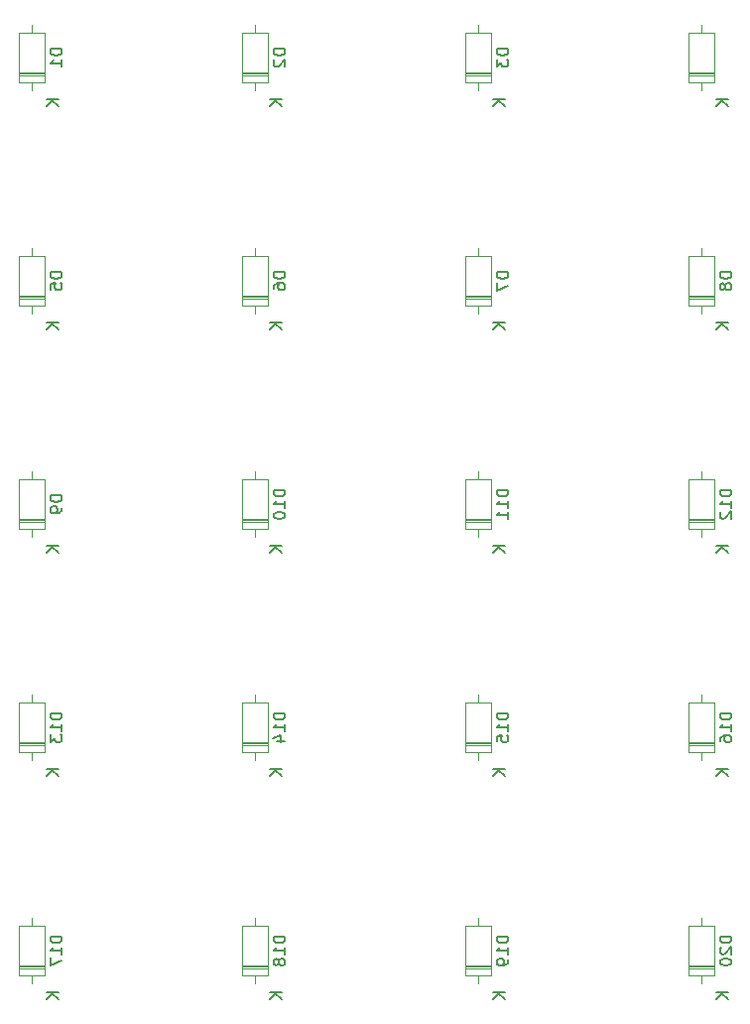
<source format=gbr>
%TF.GenerationSoftware,KiCad,Pcbnew,8.0.5*%
%TF.CreationDate,2024-10-05T13:22:53-05:00*%
%TF.ProjectId,HackPad_Neko,4861636b-5061-4645-9f4e-656b6f2e6b69,rev?*%
%TF.SameCoordinates,Original*%
%TF.FileFunction,Legend,Bot*%
%TF.FilePolarity,Positive*%
%FSLAX46Y46*%
G04 Gerber Fmt 4.6, Leading zero omitted, Abs format (unit mm)*
G04 Created by KiCad (PCBNEW 8.0.5) date 2024-10-05 13:22:53*
%MOMM*%
%LPD*%
G01*
G04 APERTURE LIST*
%ADD10C,0.150000*%
%ADD11C,0.120000*%
G04 APERTURE END LIST*
D10*
X150212319Y-102608214D02*
X149212319Y-102608214D01*
X149212319Y-102608214D02*
X149212319Y-102846309D01*
X149212319Y-102846309D02*
X149259938Y-102989166D01*
X149259938Y-102989166D02*
X149355176Y-103084404D01*
X149355176Y-103084404D02*
X149450414Y-103132023D01*
X149450414Y-103132023D02*
X149640890Y-103179642D01*
X149640890Y-103179642D02*
X149783747Y-103179642D01*
X149783747Y-103179642D02*
X149974223Y-103132023D01*
X149974223Y-103132023D02*
X150069461Y-103084404D01*
X150069461Y-103084404D02*
X150164700Y-102989166D01*
X150164700Y-102989166D02*
X150212319Y-102846309D01*
X150212319Y-102846309D02*
X150212319Y-102608214D01*
X150212319Y-104132023D02*
X150212319Y-103560595D01*
X150212319Y-103846309D02*
X149212319Y-103846309D01*
X149212319Y-103846309D02*
X149355176Y-103751071D01*
X149355176Y-103751071D02*
X149450414Y-103655833D01*
X149450414Y-103655833D02*
X149498033Y-103560595D01*
X149212319Y-104751071D02*
X149212319Y-104846309D01*
X149212319Y-104846309D02*
X149259938Y-104941547D01*
X149259938Y-104941547D02*
X149307557Y-104989166D01*
X149307557Y-104989166D02*
X149402795Y-105036785D01*
X149402795Y-105036785D02*
X149593271Y-105084404D01*
X149593271Y-105084404D02*
X149831366Y-105084404D01*
X149831366Y-105084404D02*
X150021842Y-105036785D01*
X150021842Y-105036785D02*
X150117080Y-104989166D01*
X150117080Y-104989166D02*
X150164700Y-104941547D01*
X150164700Y-104941547D02*
X150212319Y-104846309D01*
X150212319Y-104846309D02*
X150212319Y-104751071D01*
X150212319Y-104751071D02*
X150164700Y-104655833D01*
X150164700Y-104655833D02*
X150117080Y-104608214D01*
X150117080Y-104608214D02*
X150021842Y-104560595D01*
X150021842Y-104560595D02*
X149831366Y-104512976D01*
X149831366Y-104512976D02*
X149593271Y-104512976D01*
X149593271Y-104512976D02*
X149402795Y-104560595D01*
X149402795Y-104560595D02*
X149307557Y-104608214D01*
X149307557Y-104608214D02*
X149259938Y-104655833D01*
X149259938Y-104655833D02*
X149212319Y-104751071D01*
X149892319Y-107370595D02*
X148892319Y-107370595D01*
X149892319Y-107942023D02*
X149320890Y-107513452D01*
X148892319Y-107942023D02*
X149463747Y-107370595D01*
X131162319Y-64984405D02*
X130162319Y-64984405D01*
X130162319Y-64984405D02*
X130162319Y-65222500D01*
X130162319Y-65222500D02*
X130209938Y-65365357D01*
X130209938Y-65365357D02*
X130305176Y-65460595D01*
X130305176Y-65460595D02*
X130400414Y-65508214D01*
X130400414Y-65508214D02*
X130590890Y-65555833D01*
X130590890Y-65555833D02*
X130733747Y-65555833D01*
X130733747Y-65555833D02*
X130924223Y-65508214D01*
X130924223Y-65508214D02*
X131019461Y-65460595D01*
X131019461Y-65460595D02*
X131114700Y-65365357D01*
X131114700Y-65365357D02*
X131162319Y-65222500D01*
X131162319Y-65222500D02*
X131162319Y-64984405D01*
X131162319Y-66508214D02*
X131162319Y-65936786D01*
X131162319Y-66222500D02*
X130162319Y-66222500D01*
X130162319Y-66222500D02*
X130305176Y-66127262D01*
X130305176Y-66127262D02*
X130400414Y-66032024D01*
X130400414Y-66032024D02*
X130448033Y-65936786D01*
X130842319Y-69270595D02*
X129842319Y-69270595D01*
X130842319Y-69842023D02*
X130270890Y-69413452D01*
X129842319Y-69842023D02*
X130413747Y-69270595D01*
X169262319Y-140708214D02*
X168262319Y-140708214D01*
X168262319Y-140708214D02*
X168262319Y-140946309D01*
X168262319Y-140946309D02*
X168309938Y-141089166D01*
X168309938Y-141089166D02*
X168405176Y-141184404D01*
X168405176Y-141184404D02*
X168500414Y-141232023D01*
X168500414Y-141232023D02*
X168690890Y-141279642D01*
X168690890Y-141279642D02*
X168833747Y-141279642D01*
X168833747Y-141279642D02*
X169024223Y-141232023D01*
X169024223Y-141232023D02*
X169119461Y-141184404D01*
X169119461Y-141184404D02*
X169214700Y-141089166D01*
X169214700Y-141089166D02*
X169262319Y-140946309D01*
X169262319Y-140946309D02*
X169262319Y-140708214D01*
X169262319Y-142232023D02*
X169262319Y-141660595D01*
X169262319Y-141946309D02*
X168262319Y-141946309D01*
X168262319Y-141946309D02*
X168405176Y-141851071D01*
X168405176Y-141851071D02*
X168500414Y-141755833D01*
X168500414Y-141755833D02*
X168548033Y-141660595D01*
X169262319Y-142708214D02*
X169262319Y-142898690D01*
X169262319Y-142898690D02*
X169214700Y-142993928D01*
X169214700Y-142993928D02*
X169167080Y-143041547D01*
X169167080Y-143041547D02*
X169024223Y-143136785D01*
X169024223Y-143136785D02*
X168833747Y-143184404D01*
X168833747Y-143184404D02*
X168452795Y-143184404D01*
X168452795Y-143184404D02*
X168357557Y-143136785D01*
X168357557Y-143136785D02*
X168309938Y-143089166D01*
X168309938Y-143089166D02*
X168262319Y-142993928D01*
X168262319Y-142993928D02*
X168262319Y-142803452D01*
X168262319Y-142803452D02*
X168309938Y-142708214D01*
X168309938Y-142708214D02*
X168357557Y-142660595D01*
X168357557Y-142660595D02*
X168452795Y-142612976D01*
X168452795Y-142612976D02*
X168690890Y-142612976D01*
X168690890Y-142612976D02*
X168786128Y-142660595D01*
X168786128Y-142660595D02*
X168833747Y-142708214D01*
X168833747Y-142708214D02*
X168881366Y-142803452D01*
X168881366Y-142803452D02*
X168881366Y-142993928D01*
X168881366Y-142993928D02*
X168833747Y-143089166D01*
X168833747Y-143089166D02*
X168786128Y-143136785D01*
X168786128Y-143136785D02*
X168690890Y-143184404D01*
X168942319Y-145470595D02*
X167942319Y-145470595D01*
X168942319Y-146042023D02*
X168370890Y-145613452D01*
X167942319Y-146042023D02*
X168513747Y-145470595D01*
X131162319Y-121658214D02*
X130162319Y-121658214D01*
X130162319Y-121658214D02*
X130162319Y-121896309D01*
X130162319Y-121896309D02*
X130209938Y-122039166D01*
X130209938Y-122039166D02*
X130305176Y-122134404D01*
X130305176Y-122134404D02*
X130400414Y-122182023D01*
X130400414Y-122182023D02*
X130590890Y-122229642D01*
X130590890Y-122229642D02*
X130733747Y-122229642D01*
X130733747Y-122229642D02*
X130924223Y-122182023D01*
X130924223Y-122182023D02*
X131019461Y-122134404D01*
X131019461Y-122134404D02*
X131114700Y-122039166D01*
X131114700Y-122039166D02*
X131162319Y-121896309D01*
X131162319Y-121896309D02*
X131162319Y-121658214D01*
X131162319Y-123182023D02*
X131162319Y-122610595D01*
X131162319Y-122896309D02*
X130162319Y-122896309D01*
X130162319Y-122896309D02*
X130305176Y-122801071D01*
X130305176Y-122801071D02*
X130400414Y-122705833D01*
X130400414Y-122705833D02*
X130448033Y-122610595D01*
X130162319Y-123515357D02*
X130162319Y-124134404D01*
X130162319Y-124134404D02*
X130543271Y-123801071D01*
X130543271Y-123801071D02*
X130543271Y-123943928D01*
X130543271Y-123943928D02*
X130590890Y-124039166D01*
X130590890Y-124039166D02*
X130638509Y-124086785D01*
X130638509Y-124086785D02*
X130733747Y-124134404D01*
X130733747Y-124134404D02*
X130971842Y-124134404D01*
X130971842Y-124134404D02*
X131067080Y-124086785D01*
X131067080Y-124086785D02*
X131114700Y-124039166D01*
X131114700Y-124039166D02*
X131162319Y-123943928D01*
X131162319Y-123943928D02*
X131162319Y-123658214D01*
X131162319Y-123658214D02*
X131114700Y-123562976D01*
X131114700Y-123562976D02*
X131067080Y-123515357D01*
X130842319Y-126420595D02*
X129842319Y-126420595D01*
X130842319Y-126992023D02*
X130270890Y-126563452D01*
X129842319Y-126992023D02*
X130413747Y-126420595D01*
X150212319Y-140708214D02*
X149212319Y-140708214D01*
X149212319Y-140708214D02*
X149212319Y-140946309D01*
X149212319Y-140946309D02*
X149259938Y-141089166D01*
X149259938Y-141089166D02*
X149355176Y-141184404D01*
X149355176Y-141184404D02*
X149450414Y-141232023D01*
X149450414Y-141232023D02*
X149640890Y-141279642D01*
X149640890Y-141279642D02*
X149783747Y-141279642D01*
X149783747Y-141279642D02*
X149974223Y-141232023D01*
X149974223Y-141232023D02*
X150069461Y-141184404D01*
X150069461Y-141184404D02*
X150164700Y-141089166D01*
X150164700Y-141089166D02*
X150212319Y-140946309D01*
X150212319Y-140946309D02*
X150212319Y-140708214D01*
X150212319Y-142232023D02*
X150212319Y-141660595D01*
X150212319Y-141946309D02*
X149212319Y-141946309D01*
X149212319Y-141946309D02*
X149355176Y-141851071D01*
X149355176Y-141851071D02*
X149450414Y-141755833D01*
X149450414Y-141755833D02*
X149498033Y-141660595D01*
X149640890Y-142803452D02*
X149593271Y-142708214D01*
X149593271Y-142708214D02*
X149545652Y-142660595D01*
X149545652Y-142660595D02*
X149450414Y-142612976D01*
X149450414Y-142612976D02*
X149402795Y-142612976D01*
X149402795Y-142612976D02*
X149307557Y-142660595D01*
X149307557Y-142660595D02*
X149259938Y-142708214D01*
X149259938Y-142708214D02*
X149212319Y-142803452D01*
X149212319Y-142803452D02*
X149212319Y-142993928D01*
X149212319Y-142993928D02*
X149259938Y-143089166D01*
X149259938Y-143089166D02*
X149307557Y-143136785D01*
X149307557Y-143136785D02*
X149402795Y-143184404D01*
X149402795Y-143184404D02*
X149450414Y-143184404D01*
X149450414Y-143184404D02*
X149545652Y-143136785D01*
X149545652Y-143136785D02*
X149593271Y-143089166D01*
X149593271Y-143089166D02*
X149640890Y-142993928D01*
X149640890Y-142993928D02*
X149640890Y-142803452D01*
X149640890Y-142803452D02*
X149688509Y-142708214D01*
X149688509Y-142708214D02*
X149736128Y-142660595D01*
X149736128Y-142660595D02*
X149831366Y-142612976D01*
X149831366Y-142612976D02*
X150021842Y-142612976D01*
X150021842Y-142612976D02*
X150117080Y-142660595D01*
X150117080Y-142660595D02*
X150164700Y-142708214D01*
X150164700Y-142708214D02*
X150212319Y-142803452D01*
X150212319Y-142803452D02*
X150212319Y-142993928D01*
X150212319Y-142993928D02*
X150164700Y-143089166D01*
X150164700Y-143089166D02*
X150117080Y-143136785D01*
X150117080Y-143136785D02*
X150021842Y-143184404D01*
X150021842Y-143184404D02*
X149831366Y-143184404D01*
X149831366Y-143184404D02*
X149736128Y-143136785D01*
X149736128Y-143136785D02*
X149688509Y-143089166D01*
X149688509Y-143089166D02*
X149640890Y-142993928D01*
X149892319Y-145470595D02*
X148892319Y-145470595D01*
X149892319Y-146042023D02*
X149320890Y-145613452D01*
X148892319Y-146042023D02*
X149463747Y-145470595D01*
X150212319Y-64984405D02*
X149212319Y-64984405D01*
X149212319Y-64984405D02*
X149212319Y-65222500D01*
X149212319Y-65222500D02*
X149259938Y-65365357D01*
X149259938Y-65365357D02*
X149355176Y-65460595D01*
X149355176Y-65460595D02*
X149450414Y-65508214D01*
X149450414Y-65508214D02*
X149640890Y-65555833D01*
X149640890Y-65555833D02*
X149783747Y-65555833D01*
X149783747Y-65555833D02*
X149974223Y-65508214D01*
X149974223Y-65508214D02*
X150069461Y-65460595D01*
X150069461Y-65460595D02*
X150164700Y-65365357D01*
X150164700Y-65365357D02*
X150212319Y-65222500D01*
X150212319Y-65222500D02*
X150212319Y-64984405D01*
X149307557Y-65936786D02*
X149259938Y-65984405D01*
X149259938Y-65984405D02*
X149212319Y-66079643D01*
X149212319Y-66079643D02*
X149212319Y-66317738D01*
X149212319Y-66317738D02*
X149259938Y-66412976D01*
X149259938Y-66412976D02*
X149307557Y-66460595D01*
X149307557Y-66460595D02*
X149402795Y-66508214D01*
X149402795Y-66508214D02*
X149498033Y-66508214D01*
X149498033Y-66508214D02*
X149640890Y-66460595D01*
X149640890Y-66460595D02*
X150212319Y-65889167D01*
X150212319Y-65889167D02*
X150212319Y-66508214D01*
X149892319Y-69270595D02*
X148892319Y-69270595D01*
X149892319Y-69842023D02*
X149320890Y-69413452D01*
X148892319Y-69842023D02*
X149463747Y-69270595D01*
X169262319Y-102608214D02*
X168262319Y-102608214D01*
X168262319Y-102608214D02*
X168262319Y-102846309D01*
X168262319Y-102846309D02*
X168309938Y-102989166D01*
X168309938Y-102989166D02*
X168405176Y-103084404D01*
X168405176Y-103084404D02*
X168500414Y-103132023D01*
X168500414Y-103132023D02*
X168690890Y-103179642D01*
X168690890Y-103179642D02*
X168833747Y-103179642D01*
X168833747Y-103179642D02*
X169024223Y-103132023D01*
X169024223Y-103132023D02*
X169119461Y-103084404D01*
X169119461Y-103084404D02*
X169214700Y-102989166D01*
X169214700Y-102989166D02*
X169262319Y-102846309D01*
X169262319Y-102846309D02*
X169262319Y-102608214D01*
X169262319Y-104132023D02*
X169262319Y-103560595D01*
X169262319Y-103846309D02*
X168262319Y-103846309D01*
X168262319Y-103846309D02*
X168405176Y-103751071D01*
X168405176Y-103751071D02*
X168500414Y-103655833D01*
X168500414Y-103655833D02*
X168548033Y-103560595D01*
X169262319Y-105084404D02*
X169262319Y-104512976D01*
X169262319Y-104798690D02*
X168262319Y-104798690D01*
X168262319Y-104798690D02*
X168405176Y-104703452D01*
X168405176Y-104703452D02*
X168500414Y-104608214D01*
X168500414Y-104608214D02*
X168548033Y-104512976D01*
X168942319Y-107370595D02*
X167942319Y-107370595D01*
X168942319Y-107942023D02*
X168370890Y-107513452D01*
X167942319Y-107942023D02*
X168513747Y-107370595D01*
X169262319Y-64984405D02*
X168262319Y-64984405D01*
X168262319Y-64984405D02*
X168262319Y-65222500D01*
X168262319Y-65222500D02*
X168309938Y-65365357D01*
X168309938Y-65365357D02*
X168405176Y-65460595D01*
X168405176Y-65460595D02*
X168500414Y-65508214D01*
X168500414Y-65508214D02*
X168690890Y-65555833D01*
X168690890Y-65555833D02*
X168833747Y-65555833D01*
X168833747Y-65555833D02*
X169024223Y-65508214D01*
X169024223Y-65508214D02*
X169119461Y-65460595D01*
X169119461Y-65460595D02*
X169214700Y-65365357D01*
X169214700Y-65365357D02*
X169262319Y-65222500D01*
X169262319Y-65222500D02*
X169262319Y-64984405D01*
X168262319Y-65889167D02*
X168262319Y-66508214D01*
X168262319Y-66508214D02*
X168643271Y-66174881D01*
X168643271Y-66174881D02*
X168643271Y-66317738D01*
X168643271Y-66317738D02*
X168690890Y-66412976D01*
X168690890Y-66412976D02*
X168738509Y-66460595D01*
X168738509Y-66460595D02*
X168833747Y-66508214D01*
X168833747Y-66508214D02*
X169071842Y-66508214D01*
X169071842Y-66508214D02*
X169167080Y-66460595D01*
X169167080Y-66460595D02*
X169214700Y-66412976D01*
X169214700Y-66412976D02*
X169262319Y-66317738D01*
X169262319Y-66317738D02*
X169262319Y-66032024D01*
X169262319Y-66032024D02*
X169214700Y-65936786D01*
X169214700Y-65936786D02*
X169167080Y-65889167D01*
X168942319Y-69270595D02*
X167942319Y-69270595D01*
X168942319Y-69842023D02*
X168370890Y-69413452D01*
X167942319Y-69842023D02*
X168513747Y-69270595D01*
X131162319Y-140708214D02*
X130162319Y-140708214D01*
X130162319Y-140708214D02*
X130162319Y-140946309D01*
X130162319Y-140946309D02*
X130209938Y-141089166D01*
X130209938Y-141089166D02*
X130305176Y-141184404D01*
X130305176Y-141184404D02*
X130400414Y-141232023D01*
X130400414Y-141232023D02*
X130590890Y-141279642D01*
X130590890Y-141279642D02*
X130733747Y-141279642D01*
X130733747Y-141279642D02*
X130924223Y-141232023D01*
X130924223Y-141232023D02*
X131019461Y-141184404D01*
X131019461Y-141184404D02*
X131114700Y-141089166D01*
X131114700Y-141089166D02*
X131162319Y-140946309D01*
X131162319Y-140946309D02*
X131162319Y-140708214D01*
X131162319Y-142232023D02*
X131162319Y-141660595D01*
X131162319Y-141946309D02*
X130162319Y-141946309D01*
X130162319Y-141946309D02*
X130305176Y-141851071D01*
X130305176Y-141851071D02*
X130400414Y-141755833D01*
X130400414Y-141755833D02*
X130448033Y-141660595D01*
X130162319Y-142565357D02*
X130162319Y-143232023D01*
X130162319Y-143232023D02*
X131162319Y-142803452D01*
X130842319Y-145470595D02*
X129842319Y-145470595D01*
X130842319Y-146042023D02*
X130270890Y-145613452D01*
X129842319Y-146042023D02*
X130413747Y-145470595D01*
X188312319Y-121658214D02*
X187312319Y-121658214D01*
X187312319Y-121658214D02*
X187312319Y-121896309D01*
X187312319Y-121896309D02*
X187359938Y-122039166D01*
X187359938Y-122039166D02*
X187455176Y-122134404D01*
X187455176Y-122134404D02*
X187550414Y-122182023D01*
X187550414Y-122182023D02*
X187740890Y-122229642D01*
X187740890Y-122229642D02*
X187883747Y-122229642D01*
X187883747Y-122229642D02*
X188074223Y-122182023D01*
X188074223Y-122182023D02*
X188169461Y-122134404D01*
X188169461Y-122134404D02*
X188264700Y-122039166D01*
X188264700Y-122039166D02*
X188312319Y-121896309D01*
X188312319Y-121896309D02*
X188312319Y-121658214D01*
X188312319Y-123182023D02*
X188312319Y-122610595D01*
X188312319Y-122896309D02*
X187312319Y-122896309D01*
X187312319Y-122896309D02*
X187455176Y-122801071D01*
X187455176Y-122801071D02*
X187550414Y-122705833D01*
X187550414Y-122705833D02*
X187598033Y-122610595D01*
X187312319Y-124039166D02*
X187312319Y-123848690D01*
X187312319Y-123848690D02*
X187359938Y-123753452D01*
X187359938Y-123753452D02*
X187407557Y-123705833D01*
X187407557Y-123705833D02*
X187550414Y-123610595D01*
X187550414Y-123610595D02*
X187740890Y-123562976D01*
X187740890Y-123562976D02*
X188121842Y-123562976D01*
X188121842Y-123562976D02*
X188217080Y-123610595D01*
X188217080Y-123610595D02*
X188264700Y-123658214D01*
X188264700Y-123658214D02*
X188312319Y-123753452D01*
X188312319Y-123753452D02*
X188312319Y-123943928D01*
X188312319Y-123943928D02*
X188264700Y-124039166D01*
X188264700Y-124039166D02*
X188217080Y-124086785D01*
X188217080Y-124086785D02*
X188121842Y-124134404D01*
X188121842Y-124134404D02*
X187883747Y-124134404D01*
X187883747Y-124134404D02*
X187788509Y-124086785D01*
X187788509Y-124086785D02*
X187740890Y-124039166D01*
X187740890Y-124039166D02*
X187693271Y-123943928D01*
X187693271Y-123943928D02*
X187693271Y-123753452D01*
X187693271Y-123753452D02*
X187740890Y-123658214D01*
X187740890Y-123658214D02*
X187788509Y-123610595D01*
X187788509Y-123610595D02*
X187883747Y-123562976D01*
X187992319Y-126420595D02*
X186992319Y-126420595D01*
X187992319Y-126992023D02*
X187420890Y-126563452D01*
X186992319Y-126992023D02*
X187563747Y-126420595D01*
X131162319Y-103084405D02*
X130162319Y-103084405D01*
X130162319Y-103084405D02*
X130162319Y-103322500D01*
X130162319Y-103322500D02*
X130209938Y-103465357D01*
X130209938Y-103465357D02*
X130305176Y-103560595D01*
X130305176Y-103560595D02*
X130400414Y-103608214D01*
X130400414Y-103608214D02*
X130590890Y-103655833D01*
X130590890Y-103655833D02*
X130733747Y-103655833D01*
X130733747Y-103655833D02*
X130924223Y-103608214D01*
X130924223Y-103608214D02*
X131019461Y-103560595D01*
X131019461Y-103560595D02*
X131114700Y-103465357D01*
X131114700Y-103465357D02*
X131162319Y-103322500D01*
X131162319Y-103322500D02*
X131162319Y-103084405D01*
X131162319Y-104132024D02*
X131162319Y-104322500D01*
X131162319Y-104322500D02*
X131114700Y-104417738D01*
X131114700Y-104417738D02*
X131067080Y-104465357D01*
X131067080Y-104465357D02*
X130924223Y-104560595D01*
X130924223Y-104560595D02*
X130733747Y-104608214D01*
X130733747Y-104608214D02*
X130352795Y-104608214D01*
X130352795Y-104608214D02*
X130257557Y-104560595D01*
X130257557Y-104560595D02*
X130209938Y-104512976D01*
X130209938Y-104512976D02*
X130162319Y-104417738D01*
X130162319Y-104417738D02*
X130162319Y-104227262D01*
X130162319Y-104227262D02*
X130209938Y-104132024D01*
X130209938Y-104132024D02*
X130257557Y-104084405D01*
X130257557Y-104084405D02*
X130352795Y-104036786D01*
X130352795Y-104036786D02*
X130590890Y-104036786D01*
X130590890Y-104036786D02*
X130686128Y-104084405D01*
X130686128Y-104084405D02*
X130733747Y-104132024D01*
X130733747Y-104132024D02*
X130781366Y-104227262D01*
X130781366Y-104227262D02*
X130781366Y-104417738D01*
X130781366Y-104417738D02*
X130733747Y-104512976D01*
X130733747Y-104512976D02*
X130686128Y-104560595D01*
X130686128Y-104560595D02*
X130590890Y-104608214D01*
X130842319Y-107370595D02*
X129842319Y-107370595D01*
X130842319Y-107942023D02*
X130270890Y-107513452D01*
X129842319Y-107942023D02*
X130413747Y-107370595D01*
X188312319Y-102608214D02*
X187312319Y-102608214D01*
X187312319Y-102608214D02*
X187312319Y-102846309D01*
X187312319Y-102846309D02*
X187359938Y-102989166D01*
X187359938Y-102989166D02*
X187455176Y-103084404D01*
X187455176Y-103084404D02*
X187550414Y-103132023D01*
X187550414Y-103132023D02*
X187740890Y-103179642D01*
X187740890Y-103179642D02*
X187883747Y-103179642D01*
X187883747Y-103179642D02*
X188074223Y-103132023D01*
X188074223Y-103132023D02*
X188169461Y-103084404D01*
X188169461Y-103084404D02*
X188264700Y-102989166D01*
X188264700Y-102989166D02*
X188312319Y-102846309D01*
X188312319Y-102846309D02*
X188312319Y-102608214D01*
X188312319Y-104132023D02*
X188312319Y-103560595D01*
X188312319Y-103846309D02*
X187312319Y-103846309D01*
X187312319Y-103846309D02*
X187455176Y-103751071D01*
X187455176Y-103751071D02*
X187550414Y-103655833D01*
X187550414Y-103655833D02*
X187598033Y-103560595D01*
X187407557Y-104512976D02*
X187359938Y-104560595D01*
X187359938Y-104560595D02*
X187312319Y-104655833D01*
X187312319Y-104655833D02*
X187312319Y-104893928D01*
X187312319Y-104893928D02*
X187359938Y-104989166D01*
X187359938Y-104989166D02*
X187407557Y-105036785D01*
X187407557Y-105036785D02*
X187502795Y-105084404D01*
X187502795Y-105084404D02*
X187598033Y-105084404D01*
X187598033Y-105084404D02*
X187740890Y-105036785D01*
X187740890Y-105036785D02*
X188312319Y-104465357D01*
X188312319Y-104465357D02*
X188312319Y-105084404D01*
X187992319Y-107370595D02*
X186992319Y-107370595D01*
X187992319Y-107942023D02*
X187420890Y-107513452D01*
X186992319Y-107942023D02*
X187563747Y-107370595D01*
X150212319Y-84034405D02*
X149212319Y-84034405D01*
X149212319Y-84034405D02*
X149212319Y-84272500D01*
X149212319Y-84272500D02*
X149259938Y-84415357D01*
X149259938Y-84415357D02*
X149355176Y-84510595D01*
X149355176Y-84510595D02*
X149450414Y-84558214D01*
X149450414Y-84558214D02*
X149640890Y-84605833D01*
X149640890Y-84605833D02*
X149783747Y-84605833D01*
X149783747Y-84605833D02*
X149974223Y-84558214D01*
X149974223Y-84558214D02*
X150069461Y-84510595D01*
X150069461Y-84510595D02*
X150164700Y-84415357D01*
X150164700Y-84415357D02*
X150212319Y-84272500D01*
X150212319Y-84272500D02*
X150212319Y-84034405D01*
X149212319Y-85462976D02*
X149212319Y-85272500D01*
X149212319Y-85272500D02*
X149259938Y-85177262D01*
X149259938Y-85177262D02*
X149307557Y-85129643D01*
X149307557Y-85129643D02*
X149450414Y-85034405D01*
X149450414Y-85034405D02*
X149640890Y-84986786D01*
X149640890Y-84986786D02*
X150021842Y-84986786D01*
X150021842Y-84986786D02*
X150117080Y-85034405D01*
X150117080Y-85034405D02*
X150164700Y-85082024D01*
X150164700Y-85082024D02*
X150212319Y-85177262D01*
X150212319Y-85177262D02*
X150212319Y-85367738D01*
X150212319Y-85367738D02*
X150164700Y-85462976D01*
X150164700Y-85462976D02*
X150117080Y-85510595D01*
X150117080Y-85510595D02*
X150021842Y-85558214D01*
X150021842Y-85558214D02*
X149783747Y-85558214D01*
X149783747Y-85558214D02*
X149688509Y-85510595D01*
X149688509Y-85510595D02*
X149640890Y-85462976D01*
X149640890Y-85462976D02*
X149593271Y-85367738D01*
X149593271Y-85367738D02*
X149593271Y-85177262D01*
X149593271Y-85177262D02*
X149640890Y-85082024D01*
X149640890Y-85082024D02*
X149688509Y-85034405D01*
X149688509Y-85034405D02*
X149783747Y-84986786D01*
X149892319Y-88320595D02*
X148892319Y-88320595D01*
X149892319Y-88892023D02*
X149320890Y-88463452D01*
X148892319Y-88892023D02*
X149463747Y-88320595D01*
X169262319Y-84034405D02*
X168262319Y-84034405D01*
X168262319Y-84034405D02*
X168262319Y-84272500D01*
X168262319Y-84272500D02*
X168309938Y-84415357D01*
X168309938Y-84415357D02*
X168405176Y-84510595D01*
X168405176Y-84510595D02*
X168500414Y-84558214D01*
X168500414Y-84558214D02*
X168690890Y-84605833D01*
X168690890Y-84605833D02*
X168833747Y-84605833D01*
X168833747Y-84605833D02*
X169024223Y-84558214D01*
X169024223Y-84558214D02*
X169119461Y-84510595D01*
X169119461Y-84510595D02*
X169214700Y-84415357D01*
X169214700Y-84415357D02*
X169262319Y-84272500D01*
X169262319Y-84272500D02*
X169262319Y-84034405D01*
X168262319Y-84939167D02*
X168262319Y-85605833D01*
X168262319Y-85605833D02*
X169262319Y-85177262D01*
X168942319Y-88320595D02*
X167942319Y-88320595D01*
X168942319Y-88892023D02*
X168370890Y-88463452D01*
X167942319Y-88892023D02*
X168513747Y-88320595D01*
X150212319Y-121658214D02*
X149212319Y-121658214D01*
X149212319Y-121658214D02*
X149212319Y-121896309D01*
X149212319Y-121896309D02*
X149259938Y-122039166D01*
X149259938Y-122039166D02*
X149355176Y-122134404D01*
X149355176Y-122134404D02*
X149450414Y-122182023D01*
X149450414Y-122182023D02*
X149640890Y-122229642D01*
X149640890Y-122229642D02*
X149783747Y-122229642D01*
X149783747Y-122229642D02*
X149974223Y-122182023D01*
X149974223Y-122182023D02*
X150069461Y-122134404D01*
X150069461Y-122134404D02*
X150164700Y-122039166D01*
X150164700Y-122039166D02*
X150212319Y-121896309D01*
X150212319Y-121896309D02*
X150212319Y-121658214D01*
X150212319Y-123182023D02*
X150212319Y-122610595D01*
X150212319Y-122896309D02*
X149212319Y-122896309D01*
X149212319Y-122896309D02*
X149355176Y-122801071D01*
X149355176Y-122801071D02*
X149450414Y-122705833D01*
X149450414Y-122705833D02*
X149498033Y-122610595D01*
X149545652Y-124039166D02*
X150212319Y-124039166D01*
X149164700Y-123801071D02*
X149878985Y-123562976D01*
X149878985Y-123562976D02*
X149878985Y-124182023D01*
X149892319Y-126420595D02*
X148892319Y-126420595D01*
X149892319Y-126992023D02*
X149320890Y-126563452D01*
X148892319Y-126992023D02*
X149463747Y-126420595D01*
X188312319Y-140708214D02*
X187312319Y-140708214D01*
X187312319Y-140708214D02*
X187312319Y-140946309D01*
X187312319Y-140946309D02*
X187359938Y-141089166D01*
X187359938Y-141089166D02*
X187455176Y-141184404D01*
X187455176Y-141184404D02*
X187550414Y-141232023D01*
X187550414Y-141232023D02*
X187740890Y-141279642D01*
X187740890Y-141279642D02*
X187883747Y-141279642D01*
X187883747Y-141279642D02*
X188074223Y-141232023D01*
X188074223Y-141232023D02*
X188169461Y-141184404D01*
X188169461Y-141184404D02*
X188264700Y-141089166D01*
X188264700Y-141089166D02*
X188312319Y-140946309D01*
X188312319Y-140946309D02*
X188312319Y-140708214D01*
X187407557Y-141660595D02*
X187359938Y-141708214D01*
X187359938Y-141708214D02*
X187312319Y-141803452D01*
X187312319Y-141803452D02*
X187312319Y-142041547D01*
X187312319Y-142041547D02*
X187359938Y-142136785D01*
X187359938Y-142136785D02*
X187407557Y-142184404D01*
X187407557Y-142184404D02*
X187502795Y-142232023D01*
X187502795Y-142232023D02*
X187598033Y-142232023D01*
X187598033Y-142232023D02*
X187740890Y-142184404D01*
X187740890Y-142184404D02*
X188312319Y-141612976D01*
X188312319Y-141612976D02*
X188312319Y-142232023D01*
X187312319Y-142851071D02*
X187312319Y-142946309D01*
X187312319Y-142946309D02*
X187359938Y-143041547D01*
X187359938Y-143041547D02*
X187407557Y-143089166D01*
X187407557Y-143089166D02*
X187502795Y-143136785D01*
X187502795Y-143136785D02*
X187693271Y-143184404D01*
X187693271Y-143184404D02*
X187931366Y-143184404D01*
X187931366Y-143184404D02*
X188121842Y-143136785D01*
X188121842Y-143136785D02*
X188217080Y-143089166D01*
X188217080Y-143089166D02*
X188264700Y-143041547D01*
X188264700Y-143041547D02*
X188312319Y-142946309D01*
X188312319Y-142946309D02*
X188312319Y-142851071D01*
X188312319Y-142851071D02*
X188264700Y-142755833D01*
X188264700Y-142755833D02*
X188217080Y-142708214D01*
X188217080Y-142708214D02*
X188121842Y-142660595D01*
X188121842Y-142660595D02*
X187931366Y-142612976D01*
X187931366Y-142612976D02*
X187693271Y-142612976D01*
X187693271Y-142612976D02*
X187502795Y-142660595D01*
X187502795Y-142660595D02*
X187407557Y-142708214D01*
X187407557Y-142708214D02*
X187359938Y-142755833D01*
X187359938Y-142755833D02*
X187312319Y-142851071D01*
X187992319Y-145470595D02*
X186992319Y-145470595D01*
X187992319Y-146042023D02*
X187420890Y-145613452D01*
X186992319Y-146042023D02*
X187563747Y-145470595D01*
X187992319Y-69270595D02*
X186992319Y-69270595D01*
X187992319Y-69842023D02*
X187420890Y-69413452D01*
X186992319Y-69842023D02*
X187563747Y-69270595D01*
X188312319Y-84034405D02*
X187312319Y-84034405D01*
X187312319Y-84034405D02*
X187312319Y-84272500D01*
X187312319Y-84272500D02*
X187359938Y-84415357D01*
X187359938Y-84415357D02*
X187455176Y-84510595D01*
X187455176Y-84510595D02*
X187550414Y-84558214D01*
X187550414Y-84558214D02*
X187740890Y-84605833D01*
X187740890Y-84605833D02*
X187883747Y-84605833D01*
X187883747Y-84605833D02*
X188074223Y-84558214D01*
X188074223Y-84558214D02*
X188169461Y-84510595D01*
X188169461Y-84510595D02*
X188264700Y-84415357D01*
X188264700Y-84415357D02*
X188312319Y-84272500D01*
X188312319Y-84272500D02*
X188312319Y-84034405D01*
X187740890Y-85177262D02*
X187693271Y-85082024D01*
X187693271Y-85082024D02*
X187645652Y-85034405D01*
X187645652Y-85034405D02*
X187550414Y-84986786D01*
X187550414Y-84986786D02*
X187502795Y-84986786D01*
X187502795Y-84986786D02*
X187407557Y-85034405D01*
X187407557Y-85034405D02*
X187359938Y-85082024D01*
X187359938Y-85082024D02*
X187312319Y-85177262D01*
X187312319Y-85177262D02*
X187312319Y-85367738D01*
X187312319Y-85367738D02*
X187359938Y-85462976D01*
X187359938Y-85462976D02*
X187407557Y-85510595D01*
X187407557Y-85510595D02*
X187502795Y-85558214D01*
X187502795Y-85558214D02*
X187550414Y-85558214D01*
X187550414Y-85558214D02*
X187645652Y-85510595D01*
X187645652Y-85510595D02*
X187693271Y-85462976D01*
X187693271Y-85462976D02*
X187740890Y-85367738D01*
X187740890Y-85367738D02*
X187740890Y-85177262D01*
X187740890Y-85177262D02*
X187788509Y-85082024D01*
X187788509Y-85082024D02*
X187836128Y-85034405D01*
X187836128Y-85034405D02*
X187931366Y-84986786D01*
X187931366Y-84986786D02*
X188121842Y-84986786D01*
X188121842Y-84986786D02*
X188217080Y-85034405D01*
X188217080Y-85034405D02*
X188264700Y-85082024D01*
X188264700Y-85082024D02*
X188312319Y-85177262D01*
X188312319Y-85177262D02*
X188312319Y-85367738D01*
X188312319Y-85367738D02*
X188264700Y-85462976D01*
X188264700Y-85462976D02*
X188217080Y-85510595D01*
X188217080Y-85510595D02*
X188121842Y-85558214D01*
X188121842Y-85558214D02*
X187931366Y-85558214D01*
X187931366Y-85558214D02*
X187836128Y-85510595D01*
X187836128Y-85510595D02*
X187788509Y-85462976D01*
X187788509Y-85462976D02*
X187740890Y-85367738D01*
X187992319Y-88320595D02*
X186992319Y-88320595D01*
X187992319Y-88892023D02*
X187420890Y-88463452D01*
X186992319Y-88892023D02*
X187563747Y-88320595D01*
X169262319Y-121658214D02*
X168262319Y-121658214D01*
X168262319Y-121658214D02*
X168262319Y-121896309D01*
X168262319Y-121896309D02*
X168309938Y-122039166D01*
X168309938Y-122039166D02*
X168405176Y-122134404D01*
X168405176Y-122134404D02*
X168500414Y-122182023D01*
X168500414Y-122182023D02*
X168690890Y-122229642D01*
X168690890Y-122229642D02*
X168833747Y-122229642D01*
X168833747Y-122229642D02*
X169024223Y-122182023D01*
X169024223Y-122182023D02*
X169119461Y-122134404D01*
X169119461Y-122134404D02*
X169214700Y-122039166D01*
X169214700Y-122039166D02*
X169262319Y-121896309D01*
X169262319Y-121896309D02*
X169262319Y-121658214D01*
X169262319Y-123182023D02*
X169262319Y-122610595D01*
X169262319Y-122896309D02*
X168262319Y-122896309D01*
X168262319Y-122896309D02*
X168405176Y-122801071D01*
X168405176Y-122801071D02*
X168500414Y-122705833D01*
X168500414Y-122705833D02*
X168548033Y-122610595D01*
X168262319Y-124086785D02*
X168262319Y-123610595D01*
X168262319Y-123610595D02*
X168738509Y-123562976D01*
X168738509Y-123562976D02*
X168690890Y-123610595D01*
X168690890Y-123610595D02*
X168643271Y-123705833D01*
X168643271Y-123705833D02*
X168643271Y-123943928D01*
X168643271Y-123943928D02*
X168690890Y-124039166D01*
X168690890Y-124039166D02*
X168738509Y-124086785D01*
X168738509Y-124086785D02*
X168833747Y-124134404D01*
X168833747Y-124134404D02*
X169071842Y-124134404D01*
X169071842Y-124134404D02*
X169167080Y-124086785D01*
X169167080Y-124086785D02*
X169214700Y-124039166D01*
X169214700Y-124039166D02*
X169262319Y-123943928D01*
X169262319Y-123943928D02*
X169262319Y-123705833D01*
X169262319Y-123705833D02*
X169214700Y-123610595D01*
X169214700Y-123610595D02*
X169167080Y-123562976D01*
X168942319Y-126420595D02*
X167942319Y-126420595D01*
X168942319Y-126992023D02*
X168370890Y-126563452D01*
X167942319Y-126992023D02*
X168513747Y-126420595D01*
X131162319Y-84034405D02*
X130162319Y-84034405D01*
X130162319Y-84034405D02*
X130162319Y-84272500D01*
X130162319Y-84272500D02*
X130209938Y-84415357D01*
X130209938Y-84415357D02*
X130305176Y-84510595D01*
X130305176Y-84510595D02*
X130400414Y-84558214D01*
X130400414Y-84558214D02*
X130590890Y-84605833D01*
X130590890Y-84605833D02*
X130733747Y-84605833D01*
X130733747Y-84605833D02*
X130924223Y-84558214D01*
X130924223Y-84558214D02*
X131019461Y-84510595D01*
X131019461Y-84510595D02*
X131114700Y-84415357D01*
X131114700Y-84415357D02*
X131162319Y-84272500D01*
X131162319Y-84272500D02*
X131162319Y-84034405D01*
X130162319Y-85510595D02*
X130162319Y-85034405D01*
X130162319Y-85034405D02*
X130638509Y-84986786D01*
X130638509Y-84986786D02*
X130590890Y-85034405D01*
X130590890Y-85034405D02*
X130543271Y-85129643D01*
X130543271Y-85129643D02*
X130543271Y-85367738D01*
X130543271Y-85367738D02*
X130590890Y-85462976D01*
X130590890Y-85462976D02*
X130638509Y-85510595D01*
X130638509Y-85510595D02*
X130733747Y-85558214D01*
X130733747Y-85558214D02*
X130971842Y-85558214D01*
X130971842Y-85558214D02*
X131067080Y-85510595D01*
X131067080Y-85510595D02*
X131114700Y-85462976D01*
X131114700Y-85462976D02*
X131162319Y-85367738D01*
X131162319Y-85367738D02*
X131162319Y-85129643D01*
X131162319Y-85129643D02*
X131114700Y-85034405D01*
X131114700Y-85034405D02*
X131067080Y-84986786D01*
X130842319Y-88320595D02*
X129842319Y-88320595D01*
X130842319Y-88892023D02*
X130270890Y-88463452D01*
X129842319Y-88892023D02*
X130413747Y-88320595D01*
D11*
%TO.C,D10*%
X146517500Y-101702500D02*
X146517500Y-105942500D01*
X146517500Y-105102500D02*
X148757500Y-105102500D01*
X146517500Y-105222500D02*
X148757500Y-105222500D01*
X146517500Y-105342500D02*
X148757500Y-105342500D01*
X146517500Y-105942500D02*
X148757500Y-105942500D01*
X147637500Y-101702500D02*
X147637500Y-101052500D01*
X147637500Y-105942500D02*
X147637500Y-106592500D01*
X148757500Y-101702500D02*
X146517500Y-101702500D01*
X148757500Y-105942500D02*
X148757500Y-101702500D01*
%TO.C,D1*%
X127467500Y-63602500D02*
X127467500Y-67842500D01*
X127467500Y-67002500D02*
X129707500Y-67002500D01*
X127467500Y-67122500D02*
X129707500Y-67122500D01*
X127467500Y-67242500D02*
X129707500Y-67242500D01*
X127467500Y-67842500D02*
X129707500Y-67842500D01*
X128587500Y-63602500D02*
X128587500Y-62952500D01*
X128587500Y-67842500D02*
X128587500Y-68492500D01*
X129707500Y-63602500D02*
X127467500Y-63602500D01*
X129707500Y-67842500D02*
X129707500Y-63602500D01*
%TO.C,D19*%
X165567500Y-139802500D02*
X165567500Y-144042500D01*
X165567500Y-143202500D02*
X167807500Y-143202500D01*
X165567500Y-143322500D02*
X167807500Y-143322500D01*
X165567500Y-143442500D02*
X167807500Y-143442500D01*
X165567500Y-144042500D02*
X167807500Y-144042500D01*
X166687500Y-139802500D02*
X166687500Y-139152500D01*
X166687500Y-144042500D02*
X166687500Y-144692500D01*
X167807500Y-139802500D02*
X165567500Y-139802500D01*
X167807500Y-144042500D02*
X167807500Y-139802500D01*
%TO.C,D13*%
X127467500Y-120752500D02*
X127467500Y-124992500D01*
X127467500Y-124152500D02*
X129707500Y-124152500D01*
X127467500Y-124272500D02*
X129707500Y-124272500D01*
X127467500Y-124392500D02*
X129707500Y-124392500D01*
X127467500Y-124992500D02*
X129707500Y-124992500D01*
X128587500Y-120752500D02*
X128587500Y-120102500D01*
X128587500Y-124992500D02*
X128587500Y-125642500D01*
X129707500Y-120752500D02*
X127467500Y-120752500D01*
X129707500Y-124992500D02*
X129707500Y-120752500D01*
%TO.C,D18*%
X146517500Y-139802500D02*
X146517500Y-144042500D01*
X146517500Y-143202500D02*
X148757500Y-143202500D01*
X146517500Y-143322500D02*
X148757500Y-143322500D01*
X146517500Y-143442500D02*
X148757500Y-143442500D01*
X146517500Y-144042500D02*
X148757500Y-144042500D01*
X147637500Y-139802500D02*
X147637500Y-139152500D01*
X147637500Y-144042500D02*
X147637500Y-144692500D01*
X148757500Y-139802500D02*
X146517500Y-139802500D01*
X148757500Y-144042500D02*
X148757500Y-139802500D01*
%TO.C,D2*%
X146517500Y-63602500D02*
X146517500Y-67842500D01*
X146517500Y-67002500D02*
X148757500Y-67002500D01*
X146517500Y-67122500D02*
X148757500Y-67122500D01*
X146517500Y-67242500D02*
X148757500Y-67242500D01*
X146517500Y-67842500D02*
X148757500Y-67842500D01*
X147637500Y-63602500D02*
X147637500Y-62952500D01*
X147637500Y-67842500D02*
X147637500Y-68492500D01*
X148757500Y-63602500D02*
X146517500Y-63602500D01*
X148757500Y-67842500D02*
X148757500Y-63602500D01*
%TO.C,D11*%
X165567500Y-101702500D02*
X165567500Y-105942500D01*
X165567500Y-105102500D02*
X167807500Y-105102500D01*
X165567500Y-105222500D02*
X167807500Y-105222500D01*
X165567500Y-105342500D02*
X167807500Y-105342500D01*
X165567500Y-105942500D02*
X167807500Y-105942500D01*
X166687500Y-101702500D02*
X166687500Y-101052500D01*
X166687500Y-105942500D02*
X166687500Y-106592500D01*
X167807500Y-101702500D02*
X165567500Y-101702500D01*
X167807500Y-105942500D02*
X167807500Y-101702500D01*
%TO.C,D3*%
X165567500Y-63602500D02*
X165567500Y-67842500D01*
X165567500Y-67002500D02*
X167807500Y-67002500D01*
X165567500Y-67122500D02*
X167807500Y-67122500D01*
X165567500Y-67242500D02*
X167807500Y-67242500D01*
X165567500Y-67842500D02*
X167807500Y-67842500D01*
X166687500Y-63602500D02*
X166687500Y-62952500D01*
X166687500Y-67842500D02*
X166687500Y-68492500D01*
X167807500Y-63602500D02*
X165567500Y-63602500D01*
X167807500Y-67842500D02*
X167807500Y-63602500D01*
%TO.C,D17*%
X127467500Y-139802500D02*
X127467500Y-144042500D01*
X127467500Y-143202500D02*
X129707500Y-143202500D01*
X127467500Y-143322500D02*
X129707500Y-143322500D01*
X127467500Y-143442500D02*
X129707500Y-143442500D01*
X127467500Y-144042500D02*
X129707500Y-144042500D01*
X128587500Y-139802500D02*
X128587500Y-139152500D01*
X128587500Y-144042500D02*
X128587500Y-144692500D01*
X129707500Y-139802500D02*
X127467500Y-139802500D01*
X129707500Y-144042500D02*
X129707500Y-139802500D01*
%TO.C,D16*%
X184617500Y-120752500D02*
X184617500Y-124992500D01*
X184617500Y-124152500D02*
X186857500Y-124152500D01*
X184617500Y-124272500D02*
X186857500Y-124272500D01*
X184617500Y-124392500D02*
X186857500Y-124392500D01*
X184617500Y-124992500D02*
X186857500Y-124992500D01*
X185737500Y-120752500D02*
X185737500Y-120102500D01*
X185737500Y-124992500D02*
X185737500Y-125642500D01*
X186857500Y-120752500D02*
X184617500Y-120752500D01*
X186857500Y-124992500D02*
X186857500Y-120752500D01*
%TO.C,D9*%
X127467500Y-101702500D02*
X127467500Y-105942500D01*
X127467500Y-105102500D02*
X129707500Y-105102500D01*
X127467500Y-105222500D02*
X129707500Y-105222500D01*
X127467500Y-105342500D02*
X129707500Y-105342500D01*
X127467500Y-105942500D02*
X129707500Y-105942500D01*
X128587500Y-101702500D02*
X128587500Y-101052500D01*
X128587500Y-105942500D02*
X128587500Y-106592500D01*
X129707500Y-101702500D02*
X127467500Y-101702500D01*
X129707500Y-105942500D02*
X129707500Y-101702500D01*
%TO.C,D12*%
X184617500Y-101702500D02*
X184617500Y-105942500D01*
X184617500Y-105102500D02*
X186857500Y-105102500D01*
X184617500Y-105222500D02*
X186857500Y-105222500D01*
X184617500Y-105342500D02*
X186857500Y-105342500D01*
X184617500Y-105942500D02*
X186857500Y-105942500D01*
X185737500Y-101702500D02*
X185737500Y-101052500D01*
X185737500Y-105942500D02*
X185737500Y-106592500D01*
X186857500Y-101702500D02*
X184617500Y-101702500D01*
X186857500Y-105942500D02*
X186857500Y-101702500D01*
%TO.C,D6*%
X146517500Y-82652500D02*
X146517500Y-86892500D01*
X146517500Y-86052500D02*
X148757500Y-86052500D01*
X146517500Y-86172500D02*
X148757500Y-86172500D01*
X146517500Y-86292500D02*
X148757500Y-86292500D01*
X146517500Y-86892500D02*
X148757500Y-86892500D01*
X147637500Y-82652500D02*
X147637500Y-82002500D01*
X147637500Y-86892500D02*
X147637500Y-87542500D01*
X148757500Y-82652500D02*
X146517500Y-82652500D01*
X148757500Y-86892500D02*
X148757500Y-82652500D01*
%TO.C,D7*%
X165567500Y-82652500D02*
X165567500Y-86892500D01*
X165567500Y-86052500D02*
X167807500Y-86052500D01*
X165567500Y-86172500D02*
X167807500Y-86172500D01*
X165567500Y-86292500D02*
X167807500Y-86292500D01*
X165567500Y-86892500D02*
X167807500Y-86892500D01*
X166687500Y-82652500D02*
X166687500Y-82002500D01*
X166687500Y-86892500D02*
X166687500Y-87542500D01*
X167807500Y-82652500D02*
X165567500Y-82652500D01*
X167807500Y-86892500D02*
X167807500Y-82652500D01*
%TO.C,D14*%
X146517500Y-120752500D02*
X146517500Y-124992500D01*
X146517500Y-124152500D02*
X148757500Y-124152500D01*
X146517500Y-124272500D02*
X148757500Y-124272500D01*
X146517500Y-124392500D02*
X148757500Y-124392500D01*
X146517500Y-124992500D02*
X148757500Y-124992500D01*
X147637500Y-120752500D02*
X147637500Y-120102500D01*
X147637500Y-124992500D02*
X147637500Y-125642500D01*
X148757500Y-120752500D02*
X146517500Y-120752500D01*
X148757500Y-124992500D02*
X148757500Y-120752500D01*
%TO.C,D20*%
X184617500Y-139802500D02*
X184617500Y-144042500D01*
X184617500Y-143202500D02*
X186857500Y-143202500D01*
X184617500Y-143322500D02*
X186857500Y-143322500D01*
X184617500Y-143442500D02*
X186857500Y-143442500D01*
X184617500Y-144042500D02*
X186857500Y-144042500D01*
X185737500Y-139802500D02*
X185737500Y-139152500D01*
X185737500Y-144042500D02*
X185737500Y-144692500D01*
X186857500Y-139802500D02*
X184617500Y-139802500D01*
X186857500Y-144042500D02*
X186857500Y-139802500D01*
%TO.C,D4*%
X184617500Y-63602500D02*
X184617500Y-67842500D01*
X184617500Y-67002500D02*
X186857500Y-67002500D01*
X184617500Y-67122500D02*
X186857500Y-67122500D01*
X184617500Y-67242500D02*
X186857500Y-67242500D01*
X184617500Y-67842500D02*
X186857500Y-67842500D01*
X185737500Y-63602500D02*
X185737500Y-62952500D01*
X185737500Y-67842500D02*
X185737500Y-68492500D01*
X186857500Y-63602500D02*
X184617500Y-63602500D01*
X186857500Y-67842500D02*
X186857500Y-63602500D01*
%TO.C,D8*%
X184617500Y-82652500D02*
X184617500Y-86892500D01*
X184617500Y-86052500D02*
X186857500Y-86052500D01*
X184617500Y-86172500D02*
X186857500Y-86172500D01*
X184617500Y-86292500D02*
X186857500Y-86292500D01*
X184617500Y-86892500D02*
X186857500Y-86892500D01*
X185737500Y-82652500D02*
X185737500Y-82002500D01*
X185737500Y-86892500D02*
X185737500Y-87542500D01*
X186857500Y-82652500D02*
X184617500Y-82652500D01*
X186857500Y-86892500D02*
X186857500Y-82652500D01*
%TO.C,D15*%
X165567500Y-120752500D02*
X165567500Y-124992500D01*
X165567500Y-124152500D02*
X167807500Y-124152500D01*
X165567500Y-124272500D02*
X167807500Y-124272500D01*
X165567500Y-124392500D02*
X167807500Y-124392500D01*
X165567500Y-124992500D02*
X167807500Y-124992500D01*
X166687500Y-120752500D02*
X166687500Y-120102500D01*
X166687500Y-124992500D02*
X166687500Y-125642500D01*
X167807500Y-120752500D02*
X165567500Y-120752500D01*
X167807500Y-124992500D02*
X167807500Y-120752500D01*
%TO.C,D5*%
X127467500Y-82652500D02*
X127467500Y-86892500D01*
X127467500Y-86052500D02*
X129707500Y-86052500D01*
X127467500Y-86172500D02*
X129707500Y-86172500D01*
X127467500Y-86292500D02*
X129707500Y-86292500D01*
X127467500Y-86892500D02*
X129707500Y-86892500D01*
X128587500Y-82652500D02*
X128587500Y-82002500D01*
X128587500Y-86892500D02*
X128587500Y-87542500D01*
X129707500Y-82652500D02*
X127467500Y-82652500D01*
X129707500Y-86892500D02*
X129707500Y-82652500D01*
%TD*%
M02*

</source>
